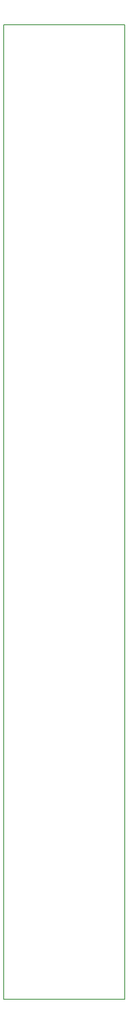
<source format=gbr>
%TF.GenerationSoftware,KiCad,Pcbnew,(5.1.9)-1*%
%TF.CreationDate,2021-09-21T19:29:37+01:00*%
%TF.ProjectId,Noise Faceplate,4e6f6973-6520-4466-9163-65706c617465,rev?*%
%TF.SameCoordinates,Original*%
%TF.FileFunction,Profile,NP*%
%FSLAX46Y46*%
G04 Gerber Fmt 4.6, Leading zero omitted, Abs format (unit mm)*
G04 Created by KiCad (PCBNEW (5.1.9)-1) date 2021-09-21 19:29:37*
%MOMM*%
%LPD*%
G01*
G04 APERTURE LIST*
%TA.AperFunction,Profile*%
%ADD10C,0.200000*%
%TD*%
G04 APERTURE END LIST*
D10*
X21410000Y-203799500D02*
X46410000Y-203799500D01*
X46410000Y-203799500D02*
X46410000Y-3799500D01*
X21410000Y-3799500D02*
X21410000Y-203799500D01*
X46410000Y-3799500D02*
X21410000Y-3799500D01*
M02*

</source>
